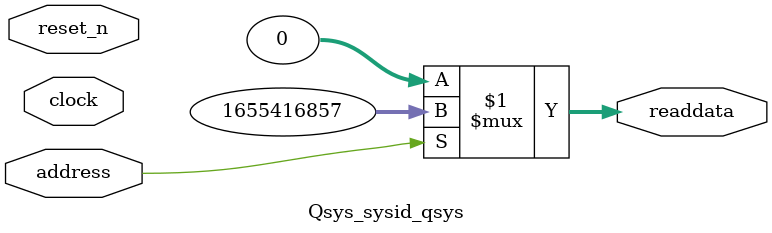
<source format=v>



// synthesis translate_off
`timescale 1ns / 1ps
// synthesis translate_on

// turn off superfluous verilog processor warnings 
// altera message_level Level1 
// altera message_off 10034 10035 10036 10037 10230 10240 10030 

module Qsys_sysid_qsys (
               // inputs:
                address,
                clock,
                reset_n,

               // outputs:
                readdata
             )
;

  output  [ 31: 0] readdata;
  input            address;
  input            clock;
  input            reset_n;

  wire    [ 31: 0] readdata;
  //control_slave, which is an e_avalon_slave
  assign readdata = address ? 1655416857 : 0;

endmodule



</source>
